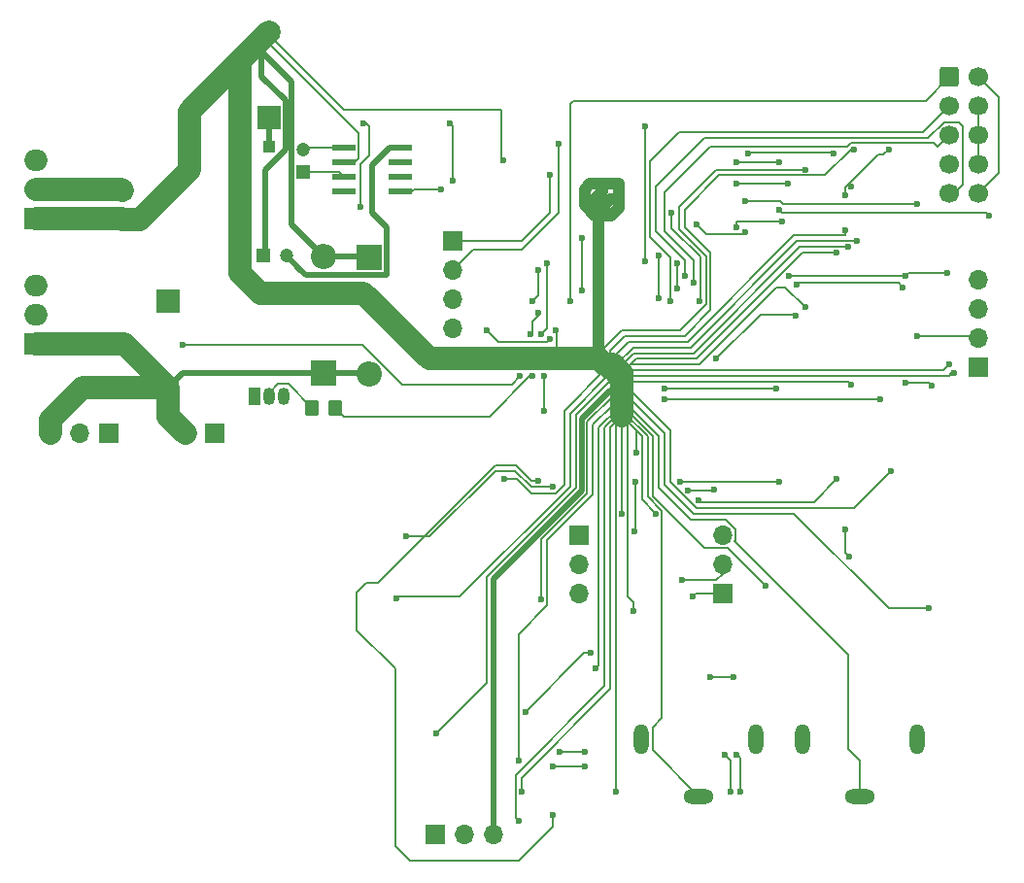
<source format=gbl>
%TF.GenerationSoftware,KiCad,Pcbnew,8.0.4*%
%TF.CreationDate,2024-09-11T20:39:54+02:00*%
%TF.ProjectId,BaseBoard,42617365-426f-4617-9264-2e6b69636164,rev?*%
%TF.SameCoordinates,Original*%
%TF.FileFunction,Copper,L2,Bot*%
%TF.FilePolarity,Positive*%
%FSLAX46Y46*%
G04 Gerber Fmt 4.6, Leading zero omitted, Abs format (unit mm)*
G04 Created by KiCad (PCBNEW 8.0.4) date 2024-09-11 20:39:54*
%MOMM*%
%LPD*%
G01*
G04 APERTURE LIST*
G04 Aperture macros list*
%AMRoundRect*
0 Rectangle with rounded corners*
0 $1 Rounding radius*
0 $2 $3 $4 $5 $6 $7 $8 $9 X,Y pos of 4 corners*
0 Add a 4 corners polygon primitive as box body*
4,1,4,$2,$3,$4,$5,$6,$7,$8,$9,$2,$3,0*
0 Add four circle primitives for the rounded corners*
1,1,$1+$1,$2,$3*
1,1,$1+$1,$4,$5*
1,1,$1+$1,$6,$7*
1,1,$1+$1,$8,$9*
0 Add four rect primitives between the rounded corners*
20,1,$1+$1,$2,$3,$4,$5,0*
20,1,$1+$1,$4,$5,$6,$7,0*
20,1,$1+$1,$6,$7,$8,$9,0*
20,1,$1+$1,$8,$9,$2,$3,0*%
G04 Aperture macros list end*
%TA.AperFunction,ComponentPad*%
%ADD10R,2.000000X2.000000*%
%TD*%
%TA.AperFunction,ComponentPad*%
%ADD11C,2.000000*%
%TD*%
%TA.AperFunction,ComponentPad*%
%ADD12R,1.700000X1.700000*%
%TD*%
%TA.AperFunction,ComponentPad*%
%ADD13O,1.700000X1.700000*%
%TD*%
%TA.AperFunction,ComponentPad*%
%ADD14R,1.200000X1.200000*%
%TD*%
%TA.AperFunction,ComponentPad*%
%ADD15C,1.200000*%
%TD*%
%TA.AperFunction,ComponentPad*%
%ADD16O,2.616000X1.308000*%
%TD*%
%TA.AperFunction,ComponentPad*%
%ADD17O,1.308000X2.616000*%
%TD*%
%TA.AperFunction,ComponentPad*%
%ADD18R,1.600000X1.600000*%
%TD*%
%TA.AperFunction,ComponentPad*%
%ADD19C,1.600000*%
%TD*%
%TA.AperFunction,ComponentPad*%
%ADD20R,2.000000X1.905000*%
%TD*%
%TA.AperFunction,ComponentPad*%
%ADD21O,2.000000X1.905000*%
%TD*%
%TA.AperFunction,HeatsinkPad*%
%ADD22C,0.600000*%
%TD*%
%TA.AperFunction,ComponentPad*%
%ADD23RoundRect,0.250000X-0.600000X-0.600000X0.600000X-0.600000X0.600000X0.600000X-0.600000X0.600000X0*%
%TD*%
%TA.AperFunction,ComponentPad*%
%ADD24C,1.700000*%
%TD*%
%TA.AperFunction,ComponentPad*%
%ADD25R,2.200000X2.200000*%
%TD*%
%TA.AperFunction,ComponentPad*%
%ADD26O,2.200000X2.200000*%
%TD*%
%TA.AperFunction,ComponentPad*%
%ADD27R,1.050000X1.500000*%
%TD*%
%TA.AperFunction,ComponentPad*%
%ADD28O,1.050000X1.500000*%
%TD*%
%TA.AperFunction,SMDPad,CuDef*%
%ADD29R,1.000000X1.000000*%
%TD*%
%TA.AperFunction,SMDPad,CuDef*%
%ADD30RoundRect,0.250000X0.350000X0.450000X-0.350000X0.450000X-0.350000X-0.450000X0.350000X-0.450000X0*%
%TD*%
%TA.AperFunction,SMDPad,CuDef*%
%ADD31RoundRect,0.073750X-0.911250X-0.221250X0.911250X-0.221250X0.911250X0.221250X-0.911250X0.221250X0*%
%TD*%
%TA.AperFunction,ViaPad*%
%ADD32C,0.600000*%
%TD*%
%TA.AperFunction,Conductor*%
%ADD33C,0.200000*%
%TD*%
%TA.AperFunction,Conductor*%
%ADD34C,2.000000*%
%TD*%
%TA.AperFunction,Conductor*%
%ADD35C,1.000000*%
%TD*%
%TA.AperFunction,Conductor*%
%ADD36C,0.500000*%
%TD*%
G04 APERTURE END LIST*
D10*
%TO.P,C1,1*%
%TO.N,Net-(U1-VI)*%
X127000000Y-68500000D03*
D11*
%TO.P,C1,2*%
%TO.N,GND*%
X127000000Y-61000000D03*
%TD*%
D12*
%TO.P,RV2,1,1*%
%TO.N,Net-(U4-NEGA)*%
X166519250Y-109917500D03*
D13*
%TO.P,RV2,2,2*%
%TO.N,/InputPeripherals/AMP_CH_0*%
X166519250Y-107377500D03*
%TO.P,RV2,3,3*%
X166519250Y-104837500D03*
%TD*%
D12*
%TO.P,J2,1,Pin_1*%
%TO.N,+5V*%
X113080000Y-96000000D03*
D13*
%TO.P,J2,2,Pin_2*%
%TO.N,Net-(J2-Pin_2)*%
X110540000Y-96000000D03*
%TO.P,J2,3,Pin_3*%
%TO.N,GND1*%
X108000000Y-96000000D03*
%TD*%
D14*
%TO.P,C18,1*%
%TO.N,Net-(U10-CAP+)*%
X130000000Y-73250000D03*
D15*
%TO.P,C18,2*%
%TO.N,Net-(U10-CAP-)*%
X130000000Y-71250000D03*
%TD*%
D16*
%TO.P,J5,1*%
%TO.N,GND*%
X178480750Y-127662500D03*
D17*
%TO.P,J5,2*%
%TO.N,/InputPeripherals/AUX_IN_R*%
X183480750Y-122662500D03*
%TO.P,J5,3*%
%TO.N,/InputPeripherals/AUX_IN_L*%
X173480750Y-122662500D03*
%TD*%
D18*
%TO.P,C2,1*%
%TO.N,+3V3*%
X114250000Y-74817621D03*
D19*
%TO.P,C2,2*%
%TO.N,GND*%
X114250000Y-77317621D03*
%TD*%
D20*
%TO.P,U2,1,GND*%
%TO.N,GND1*%
X106695000Y-88172323D03*
D21*
%TO.P,U2,2,VO*%
%TO.N,+5V*%
X106695000Y-85632323D03*
%TO.P,U2,3,VI*%
%TO.N,Net-(U1-VI)*%
X106695000Y-83092323D03*
%TD*%
D12*
%TO.P,J3,1,Pin_1*%
%TO.N,+3V3*%
X141475000Y-130975000D03*
D13*
%TO.P,J3,2,Pin_2*%
%TO.N,Net-(J3-Pin_2)*%
X144015000Y-130975000D03*
%TO.P,J3,3,Pin_3*%
%TO.N,GND*%
X146555000Y-130975000D03*
%TD*%
D14*
%TO.P,C19,1*%
%TO.N,GND*%
X126527401Y-80500000D03*
D15*
%TO.P,C19,2*%
%TO.N,-3V3*%
X128527401Y-80500000D03*
%TD*%
D22*
%TO.P,U3,39,GND*%
%TO.N,GND*%
X154700000Y-74900000D03*
X154700000Y-76300000D03*
X155400000Y-74200000D03*
X155400000Y-75600000D03*
X155400000Y-77000000D03*
X156075000Y-74900000D03*
X156075000Y-76300000D03*
X156800000Y-74200000D03*
X156800000Y-75600000D03*
X156800000Y-77000000D03*
X157500000Y-74900000D03*
X157500000Y-76300000D03*
%TD*%
D12*
%TO.P,RV1,1,1*%
%TO.N,/InputPeripherals/AMP_CH_1*%
X154019250Y-104837500D03*
D13*
%TO.P,RV1,2,2*%
X154019250Y-107377500D03*
%TO.P,RV1,3,3*%
%TO.N,Net-(U4-NEGB)*%
X154019250Y-109917500D03*
%TD*%
D12*
%TO.P,J8,1,Pin_1*%
%TO.N,+3V3*%
X188850000Y-90250000D03*
D13*
%TO.P,J8,2,Pin_2*%
%TO.N,Net-(J8-Pin_2)*%
X188850000Y-87710000D03*
%TO.P,J8,3,Pin_3*%
%TO.N,Net-(J8-Pin_3)*%
X188850000Y-85170000D03*
%TO.P,J8,4,Pin_4*%
%TO.N,GND*%
X188850000Y-82630000D03*
%TD*%
D16*
%TO.P,J4,1*%
%TO.N,GND*%
X164480750Y-127662500D03*
D17*
%TO.P,J4,2*%
%TO.N,/InputPeripherals/AUX_IN_R*%
X169480750Y-122662500D03*
%TO.P,J4,3*%
%TO.N,/InputPeripherals/AUX_IN_L*%
X159480750Y-122662500D03*
%TD*%
D23*
%TO.P,J7,1,TCK*%
%TO.N,/JTAG_TCK*%
X186302500Y-64920000D03*
D24*
%TO.P,J7,2,GND*%
%TO.N,GND*%
X188842500Y-64920000D03*
%TO.P,J7,3,TDO*%
%TO.N,/JTAG_TDO*%
X186302500Y-67460000D03*
%TO.P,J7,4,VREF*%
%TO.N,+3V3*%
X188842500Y-67460000D03*
%TO.P,J7,5,TMS*%
%TO.N,/JTAG_TMS*%
X186302500Y-70000000D03*
%TO.P,J7,6,~{SRST}*%
%TO.N,+3V3*%
X188842500Y-70000000D03*
%TO.P,J7,7,VCC*%
X186302500Y-72540000D03*
%TO.P,J7,8,~{TRST}*%
X188842500Y-72540000D03*
%TO.P,J7,9,TDI*%
%TO.N,/JTAG_TDI*%
X186302500Y-75080000D03*
%TO.P,J7,10,GND*%
%TO.N,GND*%
X188842500Y-75080000D03*
%TD*%
D12*
%TO.P,J9,1,Pin_1*%
%TO.N,/I2C_SDA_EXT*%
X143025000Y-79200000D03*
D13*
%TO.P,J9,2,Pin_2*%
%TO.N,/I2C_SCL_EXT*%
X143025000Y-81740000D03*
%TO.P,J9,3,Pin_3*%
%TO.N,+3V3*%
X143025000Y-84280000D03*
%TO.P,J9,4,Pin_4*%
%TO.N,GND*%
X143025000Y-86820000D03*
%TD*%
D25*
%TO.P,D6,1,K*%
%TO.N,GND*%
X135750000Y-80670000D03*
D26*
%TO.P,D6,2,A*%
%TO.N,GND1*%
X135750000Y-90830000D03*
%TD*%
D12*
%TO.P,J6,1,Pin_1*%
%TO.N,Net-(J6-Pin_1)*%
X122250000Y-96000000D03*
D13*
%TO.P,J6,2,Pin_2*%
%TO.N,GND1*%
X119710000Y-96000000D03*
%TD*%
D20*
%TO.P,U1,1,GND*%
%TO.N,GND*%
X106695000Y-77290000D03*
D21*
%TO.P,U1,2,VO*%
%TO.N,+3V3*%
X106695000Y-74750000D03*
%TO.P,U1,3,VI*%
%TO.N,Net-(U1-VI)*%
X106695000Y-72210000D03*
%TD*%
D10*
%TO.P,C3,1*%
%TO.N,+5V*%
X118250000Y-84500000D03*
D11*
%TO.P,C3,2*%
%TO.N,GND1*%
X118250000Y-92000000D03*
%TD*%
D27*
%TO.P,Q1,1,C*%
%TO.N,+5V*%
X125730000Y-92750000D03*
D28*
%TO.P,Q1,2,B*%
%TO.N,Net-(Q1-B)*%
X127000000Y-92750000D03*
%TO.P,Q1,3,E*%
%TO.N,Net-(J6-Pin_1)*%
X128270000Y-92750000D03*
%TD*%
D25*
%TO.P,D5,1,K*%
%TO.N,GND1*%
X131750000Y-90750000D03*
D26*
%TO.P,D5,2,A*%
%TO.N,GND*%
X131750000Y-80590000D03*
%TD*%
D29*
%TO.P,TP1,1,1*%
%TO.N,Net-(U1-VI)*%
X127000000Y-71000000D03*
%TD*%
D30*
%TO.P,R13,1*%
%TO.N,/OutputPeripherals/SIG_PASSIVE_LED*%
X132750000Y-93750000D03*
%TO.P,R13,2*%
%TO.N,Net-(Q1-B)*%
X130750000Y-93750000D03*
%TD*%
D31*
%TO.P,U10,1,NC*%
%TO.N,unconnected-(U10-NC-Pad1)*%
X133525000Y-74905000D03*
%TO.P,U10,2,CAP+*%
%TO.N,Net-(U10-CAP+)*%
X133525000Y-73635000D03*
%TO.P,U10,3,GND*%
%TO.N,GND*%
X133525000Y-72365000D03*
%TO.P,U10,4,CAP-*%
%TO.N,Net-(U10-CAP-)*%
X133525000Y-71095000D03*
%TO.P,U10,5,VOUT*%
%TO.N,-3V3*%
X138475000Y-71095000D03*
%TO.P,U10,6,LV*%
%TO.N,unconnected-(U10-LV-Pad6)*%
X138475000Y-72365000D03*
%TO.P,U10,7,OSC*%
%TO.N,unconnected-(U10-OSC-Pad7)*%
X138475000Y-73635000D03*
%TO.P,U10,8,V+*%
%TO.N,+3V3*%
X138475000Y-74905000D03*
%TD*%
D32*
%TO.N,GND*%
X181000000Y-71250000D03*
X141625000Y-122125000D03*
X135250000Y-69000000D03*
X147419265Y-72169265D03*
X173750000Y-85000000D03*
X148750000Y-124500000D03*
X177500000Y-79750000D03*
X177750000Y-91750000D03*
X160750000Y-103000000D03*
X159000000Y-97700000D03*
X170250000Y-109250000D03*
X147500000Y-99987500D03*
X177250000Y-78250000D03*
X158750000Y-111500000D03*
X135000000Y-76250000D03*
X155500000Y-116500000D03*
X157000000Y-90000000D03*
X186750000Y-90750000D03*
X157250000Y-127250000D03*
X177250000Y-75250000D03*
X184500000Y-111250000D03*
X152000000Y-87000000D03*
X173750000Y-73000000D03*
X181250000Y-99250000D03*
X157750000Y-103000000D03*
X177750000Y-74500000D03*
X178000000Y-71250000D03*
X150750000Y-110500000D03*
X186250000Y-90000000D03*
X178250000Y-79250000D03*
X149000000Y-127250000D03*
X138085360Y-110414640D03*
X148750000Y-129750000D03*
X176500000Y-80250000D03*
%TO.N,+3V3*%
X151000000Y-94000000D03*
X165500000Y-117250000D03*
X167500000Y-117250000D03*
X151000000Y-91000000D03*
X142000000Y-74750000D03*
%TO.N,/InputPeripherals/ADC_CH_0*%
X162799265Y-100200735D03*
X171500000Y-100250000D03*
%TO.N,Net-(U5-POSA)*%
X177549265Y-106700735D03*
X177250000Y-104400000D03*
%TO.N,/InputPeripherals/ADC_CH_1*%
X158850000Y-104500000D03*
X158900000Y-100250000D03*
%TO.N,-3V3*%
X139000000Y-105000000D03*
X164424265Y-101825735D03*
X150500000Y-100100000D03*
X176500000Y-100000000D03*
X151750000Y-100650000D03*
X151750000Y-129250000D03*
%TO.N,/OutputPeripherals/LED_1*%
X172950000Y-85750000D03*
X166000000Y-89500000D03*
%TO.N,/OutputPeripherals/LED_0*%
X171750000Y-77500000D03*
X167750000Y-78000000D03*
%TO.N,/InputPeripherals/AUX_IN_R*%
X151724485Y-125000000D03*
X154500000Y-125000000D03*
%TO.N,/InputPeripherals/AUX_IN_L*%
X154500000Y-123750000D03*
X152324485Y-123750000D03*
%TO.N,/JTAG_TDI*%
X150500000Y-81750000D03*
X150000000Y-84500000D03*
X163250000Y-82237850D03*
%TO.N,/JTAG_TCK*%
X153250000Y-84500000D03*
%TO.N,/JTAG_TMS*%
X164000000Y-82837850D03*
%TO.N,/JTAG_TDO*%
X162000000Y-84500000D03*
%TO.N,Net-(J8-Pin_2)*%
X183500000Y-76000000D03*
X183500000Y-87500000D03*
X168500000Y-75750000D03*
%TO.N,Net-(J8-Pin_3)*%
X171500000Y-72400000D03*
X189750000Y-77000000D03*
X167750000Y-72400000D03*
X171500000Y-76500000D03*
%TO.N,/InputPeripherals/AMP_CH_0*%
X163000000Y-108750000D03*
%TO.N,/OutputPeripherals/SIG_ACTIVE_LED*%
X161000000Y-80500000D03*
X119500000Y-88250000D03*
X161000000Y-84250000D03*
X148901472Y-91000000D03*
%TO.N,/InputPeripherals/PB_0*%
X154250000Y-83500000D03*
X154250000Y-79000000D03*
X182500000Y-82250000D03*
X172299265Y-82299265D03*
X186150000Y-82000000D03*
%TO.N,/InputPeripherals/PB_1*%
X184783370Y-91875000D03*
X173000000Y-83000000D03*
X164250000Y-77750000D03*
X168500000Y-78500000D03*
X182250000Y-83250000D03*
X182475000Y-91600000D03*
%TO.N,Net-(U7-Y)*%
X155025000Y-115125000D03*
X149350000Y-120250000D03*
%TO.N,Net-(U3-EN)*%
X143000000Y-74000000D03*
X142750000Y-69000000D03*
%TO.N,/OutputPeripherals/SIG_PASSIVE_LED*%
X162621471Y-81191788D03*
X150000000Y-91000000D03*
X162600000Y-83401471D03*
X150500000Y-85500000D03*
X149799265Y-87350000D03*
%TO.N,Net-(U4-NEGA)*%
X163900000Y-110250000D03*
%TO.N,/InputPeripherals/MUX_A*%
X166750000Y-124000000D03*
X150750000Y-87350000D03*
X151250000Y-81190000D03*
X159750000Y-69250000D03*
X167250000Y-127250000D03*
X159750000Y-81000000D03*
%TO.N,/InputPeripherals/ADC_RDY*%
X165828190Y-100913975D03*
X163549265Y-100950735D03*
X164500000Y-84500000D03*
X162100000Y-76750000D03*
%TO.N,/InputPeripherals/MUX_B*%
X151500000Y-87750000D03*
X167750000Y-124000000D03*
X168050003Y-127250000D03*
X146000000Y-87000000D03*
%TO.N,/I2C_SCL_EXT*%
X180250000Y-93000000D03*
X152250000Y-70750000D03*
X176209314Y-71600000D03*
X161500000Y-93000000D03*
X168750000Y-71600000D03*
%TO.N,/I2C_SDA_EXT*%
X172250000Y-74230000D03*
X151500000Y-73500000D03*
X161500000Y-92100000D03*
X171250000Y-92100000D03*
X167750000Y-74250000D03*
%TD*%
D33*
%TO.N,GND*%
X156750000Y-118250000D02*
X156750000Y-95500000D01*
X160500000Y-101500000D02*
X160500000Y-96250000D01*
X155500000Y-116500000D02*
X155750000Y-116250000D01*
X164000000Y-103000000D02*
X161500000Y-100500000D01*
X160434750Y-121613340D02*
X161250000Y-120798090D01*
X181250000Y-99250000D02*
X178000000Y-102500000D01*
X165100000Y-80534314D02*
X165100000Y-84748529D01*
X159000000Y-97700000D02*
X159000000Y-95750000D01*
D34*
X124500000Y-63500000D02*
X124500000Y-82000000D01*
X152000000Y-89500000D02*
X155750000Y-89500000D01*
D35*
X157500000Y-76300000D02*
X156800000Y-77000000D01*
D33*
X164480750Y-127662500D02*
X160434750Y-123616500D01*
X153750000Y-100750000D02*
X146000000Y-108500000D01*
X166000000Y-73000000D02*
X162750000Y-76250000D01*
X161250000Y-120798090D02*
X161250000Y-102750000D01*
X177500000Y-79750000D02*
X173250000Y-79750000D01*
X173750000Y-73000000D02*
X166000000Y-73000000D01*
X158000000Y-91000000D02*
X157750000Y-90750000D01*
X134810000Y-69810000D02*
X127000000Y-62000000D01*
D35*
X157000000Y-91250000D02*
X157750000Y-92000000D01*
D33*
X181000000Y-71250000D02*
X180532843Y-71717157D01*
D35*
X157750000Y-92500000D02*
X157750000Y-93500000D01*
D33*
X157750000Y-94000000D02*
X157750000Y-92500000D01*
X162000000Y-100250000D02*
X162000000Y-95750000D01*
X152100000Y-89400000D02*
X152000000Y-89500000D01*
X157250000Y-95000000D02*
X157750000Y-94500000D01*
X178480750Y-124480750D02*
X177500000Y-123500000D01*
X154750000Y-95000000D02*
X157000000Y-92750000D01*
D34*
X127000000Y-61000000D02*
X124500000Y-63500000D01*
D36*
X126700000Y-80450000D02*
X126700000Y-73050000D01*
D33*
X152750000Y-94000000D02*
X152750000Y-100500000D01*
X158000000Y-87500000D02*
X156750000Y-88750000D01*
X161000000Y-100750000D02*
X161000000Y-96250000D01*
X156500000Y-91000000D02*
X156500000Y-90750000D01*
X165500000Y-80250000D02*
X165500000Y-85250000D01*
D34*
X157000000Y-90000000D02*
X157750000Y-90750000D01*
D35*
X155000000Y-74250000D02*
X157500000Y-74250000D01*
D33*
X127000000Y-61250000D02*
X127000000Y-61000000D01*
X152000000Y-87000000D02*
X152100000Y-87100000D01*
X159000000Y-89500000D02*
X157750000Y-90750000D01*
X164250000Y-89500000D02*
X159000000Y-89500000D01*
D36*
X126375000Y-64875000D02*
X126375000Y-62750000D01*
D33*
X156750000Y-88750000D02*
X156750000Y-90000000D01*
X155750000Y-95500000D02*
X157750000Y-93500000D01*
X133525000Y-72365000D02*
X134510000Y-72365000D01*
X163750000Y-103500000D02*
X161000000Y-100750000D01*
X157750000Y-96000000D02*
X157750000Y-95250000D01*
X147250000Y-72000000D02*
X147250000Y-67750000D01*
X148500000Y-129500000D02*
X148500000Y-125750000D01*
X158250000Y-94000000D02*
X157750000Y-93500000D01*
X186250000Y-91000000D02*
X158000000Y-91000000D01*
D36*
X146555000Y-130975000D02*
X146555000Y-108695000D01*
D35*
X156800000Y-77000000D02*
X155750000Y-77000000D01*
D33*
X173750000Y-85000000D02*
X172000000Y-83250000D01*
X180464951Y-71649265D02*
X180133579Y-71649265D01*
X155250000Y-95250000D02*
X157000000Y-93500000D01*
D34*
X114222379Y-77290000D02*
X114250000Y-77317621D01*
D33*
X164500000Y-90000000D02*
X158500000Y-90000000D01*
X160000000Y-101500000D02*
X160000000Y-96250000D01*
X159500000Y-96250000D02*
X157750000Y-94500000D01*
D34*
X157750000Y-90750000D02*
X157750000Y-94500000D01*
D33*
X148750000Y-124500000D02*
X148750000Y-113500000D01*
D36*
X135670000Y-80590000D02*
X135750000Y-80670000D01*
D33*
X172000000Y-83250000D02*
X171250000Y-83250000D01*
X163250000Y-78000000D02*
X165500000Y-80250000D01*
X177500000Y-123500000D02*
X177500000Y-115250000D01*
X158750000Y-110750000D02*
X158250000Y-110250000D01*
D34*
X115750000Y-77317621D02*
X120050000Y-73017621D01*
D33*
X166808096Y-103500000D02*
X163750000Y-103500000D01*
D35*
X156800000Y-75600000D02*
X156775000Y-75600000D01*
D33*
X158250000Y-110250000D02*
X158250000Y-94000000D01*
D34*
X114250000Y-77317621D02*
X115750000Y-77317621D01*
D33*
X127000000Y-62000000D02*
X127000000Y-61000000D01*
X147250000Y-67750000D02*
X133500000Y-67750000D01*
X160434750Y-123616500D02*
X160434750Y-121613340D01*
X157750000Y-92250000D02*
X157750000Y-92000000D01*
X177500000Y-91500000D02*
X158750000Y-91500000D01*
D35*
X156750000Y-90000000D02*
X155750000Y-89000000D01*
D33*
X135000000Y-76250000D02*
X135000000Y-72500000D01*
X135750000Y-71750000D02*
X135750000Y-69250000D01*
X154750000Y-101250000D02*
X154750000Y-95000000D01*
X177750000Y-91750000D02*
X177500000Y-91500000D01*
D34*
X126375000Y-61625000D02*
X127000000Y-61000000D01*
D33*
X138085360Y-110414640D02*
X138250000Y-110250000D01*
X149000000Y-126000000D02*
X156750000Y-118250000D01*
X153250000Y-94250000D02*
X156500000Y-91000000D01*
D34*
X106695000Y-77290000D02*
X114222379Y-77290000D01*
D33*
X156250000Y-88500000D02*
X156250000Y-90000000D01*
D34*
X156250000Y-90000000D02*
X156750000Y-90000000D01*
D33*
X161500000Y-96000000D02*
X157750000Y-92250000D01*
D35*
X154500000Y-76100000D02*
X154500000Y-74750000D01*
D33*
X164000000Y-89000000D02*
X158750000Y-89000000D01*
X152100000Y-87100000D02*
X152100000Y-89400000D01*
X152000000Y-101250000D02*
X149875000Y-101250000D01*
X190600000Y-73322500D02*
X190600000Y-66677500D01*
D34*
X156750000Y-90000000D02*
X157000000Y-90000000D01*
D33*
X177250000Y-78750000D02*
X172750000Y-78750000D01*
X172750000Y-78750000D02*
X163500000Y-88000000D01*
X178000000Y-71250000D02*
X177717157Y-71250000D01*
X173250000Y-79750000D02*
X164000000Y-89000000D01*
X147419265Y-72169265D02*
X147250000Y-72000000D01*
X151250000Y-111000000D02*
X151250000Y-105306750D01*
D35*
X157000000Y-90250000D02*
X157000000Y-90000000D01*
D33*
X157000000Y-92750000D02*
X157000000Y-92250000D01*
X188842500Y-75080000D02*
X190600000Y-73322500D01*
X135500000Y-69000000D02*
X135250000Y-69000000D01*
X161500000Y-100500000D02*
X161500000Y-96000000D01*
X155250000Y-101306750D02*
X155250000Y-95250000D01*
X157750000Y-92000000D02*
X158000000Y-91750000D01*
X158750000Y-111500000D02*
X158750000Y-110750000D01*
D34*
X135250000Y-83750000D02*
X141000000Y-89500000D01*
D33*
X146000000Y-108500000D02*
X146000000Y-117750000D01*
D34*
X126250000Y-83750000D02*
X135250000Y-83750000D01*
D33*
X171250000Y-83250000D02*
X164500000Y-90000000D01*
X149875000Y-101250000D02*
X148612500Y-99987500D01*
X167669250Y-104361154D02*
X166808096Y-103500000D01*
D34*
X124500000Y-82000000D02*
X126250000Y-83750000D01*
D36*
X126700000Y-73050000D02*
X128450000Y-71300000D01*
D33*
X180532843Y-71717157D02*
X180464951Y-71649265D01*
D35*
X155750000Y-77000000D02*
X155750000Y-75750000D01*
D36*
X126375000Y-62750000D02*
X126375000Y-61625000D01*
D33*
X152750000Y-100500000D02*
X152000000Y-101250000D01*
X166250000Y-73500000D02*
X163250000Y-76500000D01*
X156750000Y-95500000D02*
X157750000Y-94500000D01*
X160500000Y-96250000D02*
X157750000Y-93500000D01*
D34*
X120050000Y-67950000D02*
X126375000Y-61625000D01*
D33*
X173000000Y-79250000D02*
X163750000Y-88500000D01*
X186500000Y-90750000D02*
X186250000Y-91000000D01*
X186250000Y-90000000D02*
X185750000Y-90500000D01*
D35*
X157000000Y-90000000D02*
X157000000Y-91250000D01*
D33*
X158500000Y-91750000D02*
X158250000Y-91500000D01*
X165500000Y-85250000D02*
X163250000Y-87500000D01*
D34*
X141000000Y-89500000D02*
X152000000Y-89500000D01*
D33*
X156250000Y-90000000D02*
X156250000Y-90500000D01*
X158500000Y-90000000D02*
X157750000Y-90750000D01*
D34*
X155750000Y-89500000D02*
X156250000Y-90000000D01*
D33*
X185750000Y-90500000D02*
X158000000Y-90500000D01*
X157750000Y-94500000D02*
X157750000Y-91500000D01*
X148500000Y-125750000D02*
X156250000Y-118000000D01*
X163750000Y-88500000D02*
X158750000Y-88500000D01*
X161000000Y-96250000D02*
X157750000Y-93000000D01*
X138250000Y-110250000D02*
X143625000Y-110250000D01*
D36*
X131750000Y-80590000D02*
X128950000Y-77790000D01*
D33*
X157250000Y-90000000D02*
X157000000Y-90000000D01*
X163250000Y-87500000D02*
X158000000Y-87500000D01*
X146000000Y-117750000D02*
X141625000Y-122125000D01*
X181000000Y-111250000D02*
X172750000Y-103000000D01*
D35*
X157750000Y-92000000D02*
X157750000Y-92500000D01*
D33*
X177717157Y-71250000D02*
X175467157Y-73500000D01*
X157000000Y-91125000D02*
X153750000Y-94375000D01*
X176500000Y-80250000D02*
X173500000Y-80250000D01*
D35*
X156500000Y-90250000D02*
X156500000Y-90750000D01*
X157750000Y-94000000D02*
X157750000Y-94500000D01*
D33*
X158750000Y-89000000D02*
X157375000Y-90375000D01*
X164250000Y-102500000D02*
X162000000Y-100250000D01*
X158000000Y-90500000D02*
X157750000Y-90750000D01*
D35*
X156250000Y-90000000D02*
X156500000Y-90250000D01*
D33*
X134810000Y-72065000D02*
X134810000Y-69810000D01*
D36*
X154250000Y-101000000D02*
X154250000Y-94750000D01*
X146555000Y-108695000D02*
X154250000Y-101000000D01*
D33*
X190600000Y-66677500D02*
X188842500Y-64920000D01*
X170250000Y-109250000D02*
X166987500Y-105987500D01*
X157250000Y-127250000D02*
X157250000Y-95000000D01*
X178000000Y-102500000D02*
X164250000Y-102500000D01*
X157750000Y-95250000D02*
X157750000Y-91500000D01*
D36*
X128450000Y-71300000D02*
X128450000Y-66950000D01*
D33*
X159000000Y-95750000D02*
X157750000Y-94500000D01*
X134510000Y-72365000D02*
X134810000Y-72065000D01*
D35*
X155750000Y-89000000D02*
X155750000Y-77000000D01*
D36*
X156750000Y-92250000D02*
X157000000Y-92250000D01*
D33*
X153750000Y-94375000D02*
X153750000Y-100750000D01*
D36*
X157000000Y-92250000D02*
X157750000Y-91500000D01*
D33*
X184500000Y-111250000D02*
X181000000Y-111250000D01*
X150750000Y-105250000D02*
X154750000Y-101250000D01*
X148750000Y-129750000D02*
X148500000Y-129500000D01*
X160000000Y-96250000D02*
X157750000Y-94000000D01*
X157750000Y-94500000D02*
X157750000Y-93500000D01*
X148750000Y-113500000D02*
X151250000Y-111000000D01*
D35*
X156775000Y-75600000D02*
X156075000Y-76300000D01*
D33*
X150750000Y-110500000D02*
X150750000Y-105250000D01*
X165100000Y-84748529D02*
X162848529Y-87000000D01*
X157750000Y-103000000D02*
X157750000Y-96000000D01*
X158750000Y-91500000D02*
X158500000Y-91750000D01*
X172750000Y-103000000D02*
X164000000Y-103000000D01*
X177500000Y-115250000D02*
X167616548Y-105366548D01*
D35*
X157750000Y-93500000D02*
X157750000Y-94000000D01*
D33*
X135000000Y-72500000D02*
X135750000Y-71750000D01*
X162750000Y-76250000D02*
X162750000Y-78184314D01*
X157750000Y-87000000D02*
X156250000Y-88500000D01*
X157000000Y-90000000D02*
X157000000Y-91125000D01*
X173500000Y-80250000D02*
X164250000Y-89500000D01*
D35*
X156075000Y-74900000D02*
X156075000Y-74925000D01*
D33*
X156250000Y-90500000D02*
X152750000Y-94000000D01*
X163500000Y-88000000D02*
X158375000Y-88000000D01*
X156250000Y-95500000D02*
X157750000Y-94000000D01*
X177250000Y-74532844D02*
X177250000Y-75250000D01*
X133500000Y-67750000D02*
X127000000Y-61250000D01*
X162750000Y-78184314D02*
X165100000Y-80534314D01*
X135750000Y-69250000D02*
X135500000Y-69000000D01*
D34*
X120050000Y-73017621D02*
X120050000Y-67950000D01*
D33*
X157375000Y-90375000D02*
X157750000Y-90750000D01*
X160750000Y-103000000D02*
X159500000Y-101750000D01*
D36*
X128450000Y-66950000D02*
X126375000Y-64875000D01*
D35*
X156075000Y-74925000D02*
X155400000Y-75600000D01*
D33*
X153250000Y-100625000D02*
X153250000Y-94250000D01*
X167616548Y-105366548D02*
X167669250Y-105313846D01*
X155750000Y-116250000D02*
X155750000Y-95500000D01*
X164987500Y-105987500D02*
X160500000Y-101500000D01*
D36*
X131750000Y-80590000D02*
X135670000Y-80590000D01*
D33*
X180133579Y-71649265D02*
X177250000Y-74532844D01*
X178480750Y-127662500D02*
X178480750Y-124480750D01*
X162848529Y-87000000D02*
X157750000Y-87000000D01*
D35*
X157500000Y-74250000D02*
X157500000Y-76300000D01*
D33*
X158250000Y-91500000D02*
X157750000Y-91500000D01*
X177250000Y-78250000D02*
X177250000Y-78750000D01*
X158750000Y-88500000D02*
X157250000Y-90000000D01*
D36*
X126750000Y-80500000D02*
X126700000Y-80450000D01*
D33*
X149000000Y-127250000D02*
X149000000Y-126000000D01*
X148612500Y-99987500D02*
X147500000Y-99987500D01*
X178250000Y-79250000D02*
X173000000Y-79250000D01*
D35*
X155400000Y-77000000D02*
X154500000Y-76100000D01*
D33*
X186500000Y-90750000D02*
X186750000Y-90750000D01*
X175467157Y-73500000D02*
X166250000Y-73500000D01*
X157750000Y-93000000D02*
X157750000Y-91500000D01*
D35*
X154500000Y-74750000D02*
X155000000Y-74250000D01*
X156500000Y-90750000D02*
X157000000Y-90250000D01*
D33*
X163250000Y-76500000D02*
X163250000Y-78000000D01*
X166987500Y-105987500D02*
X164987500Y-105987500D01*
X151250000Y-105306750D02*
X155250000Y-101306750D01*
X156250000Y-118000000D02*
X156250000Y-95500000D01*
X161250000Y-102750000D02*
X160000000Y-101500000D01*
X167669250Y-105313846D02*
X167669250Y-104361154D01*
D36*
X128950000Y-65325000D02*
X126375000Y-62750000D01*
D33*
X159500000Y-101750000D02*
X159500000Y-96250000D01*
X143625000Y-110250000D02*
X153250000Y-100625000D01*
D36*
X154250000Y-94750000D02*
X156750000Y-92250000D01*
X128950000Y-77790000D02*
X128950000Y-65325000D01*
D33*
X157000000Y-93500000D02*
X157750000Y-93500000D01*
X158375000Y-88000000D02*
X157250000Y-89125000D01*
X158250000Y-92000000D02*
X157750000Y-92000000D01*
X158000000Y-91750000D02*
X158500000Y-91750000D01*
X157250000Y-89125000D02*
X157250000Y-90000000D01*
X162000000Y-95750000D02*
X158250000Y-92000000D01*
D36*
%TO.N,Net-(U1-VI)*%
X127000000Y-68500000D02*
X127000000Y-71000000D01*
D34*
%TO.N,+3V3*%
X114182379Y-74750000D02*
X114250000Y-74817621D01*
D33*
X151000000Y-91000000D02*
X151000000Y-94000000D01*
D34*
X106695000Y-74750000D02*
X114182379Y-74750000D01*
D33*
X138475000Y-74905000D02*
X139460000Y-74905000D01*
X139460000Y-74905000D02*
X139615000Y-74750000D01*
X167500000Y-117250000D02*
X165500000Y-117250000D01*
X188842500Y-72540000D02*
X188842500Y-67460000D01*
X139615000Y-74750000D02*
X142000000Y-74750000D01*
%TO.N,GND1*%
X136000000Y-91080000D02*
X135750000Y-90830000D01*
D34*
X108000000Y-94797919D02*
X108000000Y-96000000D01*
X118250000Y-92000000D02*
X110797919Y-92000000D01*
D36*
X135670000Y-90750000D02*
X135750000Y-90830000D01*
D34*
X106695000Y-88172323D02*
X114422323Y-88172323D01*
X118250000Y-94540000D02*
X119710000Y-96000000D01*
D36*
X119500000Y-90750000D02*
X131750000Y-90750000D01*
X131750000Y-90750000D02*
X135670000Y-90750000D01*
D34*
X118250000Y-92000000D02*
X118250000Y-94540000D01*
X114422323Y-88172323D02*
X118250000Y-92000000D01*
D36*
X118250000Y-92000000D02*
X119500000Y-90750000D01*
D34*
X110797919Y-92000000D02*
X108000000Y-94797919D01*
D33*
%TO.N,/InputPeripherals/ADC_CH_0*%
X171450735Y-100200735D02*
X162799265Y-100200735D01*
X171500000Y-100250000D02*
X171450735Y-100200735D01*
%TO.N,Net-(U5-POSA)*%
X177549265Y-106700735D02*
X177250000Y-106401470D01*
X177250000Y-106401470D02*
X177250000Y-104400000D01*
%TO.N,/InputPeripherals/ADC_CH_1*%
X158900000Y-104450000D02*
X158850000Y-104500000D01*
X158900000Y-100250000D02*
X158900000Y-104450000D01*
%TO.N,Net-(U10-CAP+)*%
X130000000Y-73250000D02*
X133140000Y-73250000D01*
X133140000Y-73250000D02*
X133525000Y-73635000D01*
%TO.N,Net-(U10-CAP-)*%
X133525000Y-71095000D02*
X130155000Y-71095000D01*
X130155000Y-71095000D02*
X130000000Y-71250000D01*
D36*
%TO.N,-3V3*%
X136000000Y-72585000D02*
X136000000Y-76750000D01*
D33*
X136500000Y-109000000D02*
X135500000Y-109000000D01*
X138000000Y-116500000D02*
X138000000Y-131931984D01*
X139318016Y-133250000D02*
X148750000Y-133250000D01*
X146750000Y-98750000D02*
X136500000Y-109000000D01*
X148750000Y-133250000D02*
X151750000Y-130250000D01*
X151750000Y-100650000D02*
X149840686Y-100650000D01*
X164424265Y-101825735D02*
X164598530Y-102000000D01*
X148440686Y-99250000D02*
X146750000Y-99250000D01*
D36*
X138475000Y-71095000D02*
X137490000Y-71095000D01*
D33*
X134650000Y-109850000D02*
X134650000Y-113150000D01*
D36*
X136000000Y-76750000D02*
X137300000Y-78050000D01*
X137300000Y-82220000D02*
X130247400Y-82220000D01*
X129750000Y-81722600D02*
X129750000Y-81722599D01*
D33*
X151750000Y-130250000D02*
X151750000Y-129250000D01*
D36*
X129750000Y-81722599D02*
X128527401Y-80500000D01*
X137490000Y-71095000D02*
X136000000Y-72585000D01*
D33*
X138000000Y-131931984D02*
X139318016Y-133250000D01*
X149840686Y-100650000D02*
X148440686Y-99250000D01*
X149850000Y-100100000D02*
X148500000Y-98750000D01*
X164598530Y-102000000D02*
X174500000Y-102000000D01*
D36*
X137300000Y-78050000D02*
X137300000Y-82220000D01*
X130247400Y-82220000D02*
X129750000Y-81722600D01*
D33*
X134650000Y-113150000D02*
X138000000Y-116500000D01*
X146750000Y-99250000D02*
X141000000Y-105000000D01*
X148500000Y-98750000D02*
X146750000Y-98750000D01*
X135500000Y-109000000D02*
X134650000Y-109850000D01*
X150500000Y-100100000D02*
X149850000Y-100100000D01*
X141000000Y-105000000D02*
X139000000Y-105000000D01*
X174500000Y-102000000D02*
X176500000Y-100000000D01*
%TO.N,/OutputPeripherals/LED_1*%
X172874265Y-85674265D02*
X172950000Y-85750000D01*
X169825735Y-85674265D02*
X172874265Y-85674265D01*
X166000000Y-89500000D02*
X169825735Y-85674265D01*
%TO.N,/OutputPeripherals/LED_0*%
X167750000Y-78000000D02*
X167750000Y-77500000D01*
X167750000Y-77500000D02*
X171750000Y-77500000D01*
%TO.N,/InputPeripherals/AUX_IN_R*%
X154500000Y-125000000D02*
X151724485Y-125000000D01*
%TO.N,/InputPeripherals/AUX_IN_L*%
X154500000Y-123750000D02*
X152324485Y-123750000D01*
%TO.N,/JTAG_TDI*%
X163250000Y-82237850D02*
X163250000Y-80901471D01*
X150500000Y-81750000D02*
X150500000Y-84000000D01*
X187100000Y-68850000D02*
X187452500Y-69202500D01*
X187452500Y-69202500D02*
X187452500Y-74297500D01*
X186670000Y-75080000D02*
X186302500Y-75080000D01*
X163250000Y-80901471D02*
X160750000Y-78401471D01*
X160750000Y-74470840D02*
X164970840Y-70250000D01*
X164970840Y-70250000D02*
X184426154Y-70250000D01*
X185826154Y-68850000D02*
X187100000Y-68850000D01*
X187452500Y-74297500D02*
X186670000Y-75080000D01*
X184426154Y-70250000D02*
X185826154Y-68850000D01*
X150500000Y-84000000D02*
X150000000Y-84500000D01*
X160750000Y-78401471D02*
X160750000Y-74470840D01*
%TO.N,/JTAG_TCK*%
X153250000Y-67250000D02*
X153250000Y-84500000D01*
X184222500Y-67000000D02*
X153500000Y-67000000D01*
X186302500Y-64920000D02*
X184222500Y-67000000D01*
X153500000Y-67000000D02*
X153250000Y-67250000D01*
%TO.N,/JTAG_TMS*%
X177401471Y-71000000D02*
X177751471Y-70650000D01*
X185302500Y-71000000D02*
X186302500Y-70000000D01*
X161500000Y-78403901D02*
X161500000Y-75000000D01*
X161500000Y-75000000D02*
X165500000Y-71000000D01*
X164000000Y-82837850D02*
X164000000Y-80903901D01*
X164000000Y-80903901D02*
X161500000Y-78403901D01*
X184952500Y-70650000D02*
X185302500Y-71000000D01*
X177751471Y-70650000D02*
X184952500Y-70650000D01*
X165500000Y-71000000D02*
X177401471Y-71000000D01*
%TO.N,/JTAG_TDO*%
X186302500Y-67460000D02*
X184012500Y-69750000D01*
X160250000Y-78901471D02*
X162000000Y-80651471D01*
X184012500Y-69750000D02*
X162750000Y-69750000D01*
X162000000Y-80651471D02*
X162000000Y-84500000D01*
X160250000Y-72250000D02*
X160250000Y-78901471D01*
X162750000Y-69750000D02*
X160250000Y-72250000D01*
%TO.N,Net-(J8-Pin_2)*%
X171848529Y-76000000D02*
X171598529Y-75750000D01*
X171598529Y-75750000D02*
X168500000Y-75750000D01*
X188975000Y-87540000D02*
X183540000Y-87540000D01*
X183540000Y-87540000D02*
X183500000Y-87500000D01*
X183500000Y-76000000D02*
X171848529Y-76000000D01*
%TO.N,Net-(J8-Pin_3)*%
X189750000Y-77000000D02*
X189500000Y-76750000D01*
X171500000Y-72400000D02*
X167750000Y-72400000D01*
X171750000Y-76750000D02*
X171500000Y-76500000D01*
X189500000Y-76750000D02*
X171750000Y-76750000D01*
%TO.N,Net-(Q1-B)*%
X127800000Y-91700000D02*
X128700000Y-91700000D01*
X127000000Y-92500000D02*
X127800000Y-91700000D01*
X127000000Y-92750000D02*
X127000000Y-92500000D01*
X128700000Y-91700000D02*
X130750000Y-93750000D01*
%TO.N,/InputPeripherals/AMP_CH_0*%
X163767500Y-108767500D02*
X166000000Y-108767500D01*
X163000000Y-108750000D02*
X163750000Y-108750000D01*
X166519250Y-108248250D02*
X166519250Y-107377500D01*
X166000000Y-108767500D02*
X166519250Y-108248250D01*
X163750000Y-108750000D02*
X163767500Y-108767500D01*
%TO.N,/OutputPeripherals/SIG_ACTIVE_LED*%
X161000000Y-84250000D02*
X161000000Y-80500000D01*
X148901472Y-91000000D02*
X148151472Y-91750000D01*
X135149899Y-88250000D02*
X119500000Y-88250000D01*
X148151472Y-91750000D02*
X138649899Y-91750000D01*
X138649899Y-91750000D02*
X135149899Y-88250000D01*
%TO.N,/InputPeripherals/PB_0*%
X186150000Y-82000000D02*
X182750000Y-82000000D01*
X172348530Y-82250000D02*
X172299265Y-82299265D01*
X182750000Y-82000000D02*
X182500000Y-82250000D01*
X182500000Y-82250000D02*
X172348530Y-82250000D01*
X154250000Y-83500000D02*
X154250000Y-79000000D01*
%TO.N,/InputPeripherals/PB_1*%
X168500000Y-78500000D02*
X168400000Y-78600000D01*
X173000000Y-83000000D02*
X173100000Y-82900000D01*
X168400000Y-78600000D02*
X165100000Y-78600000D01*
X165100000Y-78600000D02*
X164250000Y-77750000D01*
X184508370Y-91600000D02*
X184783370Y-91875000D01*
X173100000Y-82900000D02*
X181900000Y-82900000D01*
X182475000Y-91600000D02*
X184508370Y-91600000D01*
X181900000Y-82900000D02*
X182250000Y-83250000D01*
%TO.N,Net-(U7-Y)*%
X154475000Y-115125000D02*
X149350000Y-120250000D01*
X155025000Y-115125000D02*
X154475000Y-115125000D01*
%TO.N,Net-(U3-EN)*%
X143000000Y-74000000D02*
X143000000Y-69250000D01*
X143000000Y-69250000D02*
X142750000Y-69000000D01*
%TO.N,/OutputPeripherals/SIG_PASSIVE_LED*%
X150000000Y-91000000D02*
X149750000Y-91000000D01*
X146200000Y-94550000D02*
X133550000Y-94550000D01*
X149799265Y-87350000D02*
X150000000Y-87149265D01*
X150000000Y-86250000D02*
X150500000Y-85750000D01*
X162621471Y-83380000D02*
X162621471Y-81191788D01*
X162600000Y-83401471D02*
X162621471Y-83380000D01*
X133550000Y-94550000D02*
X132750000Y-93750000D01*
X149750000Y-91000000D02*
X146200000Y-94550000D01*
X150500000Y-85750000D02*
X150500000Y-85500000D01*
X150000000Y-87149265D02*
X150000000Y-86250000D01*
%TO.N,Net-(U4-NEGA)*%
X164232500Y-109917500D02*
X166519250Y-109917500D01*
X163900000Y-110250000D02*
X164232500Y-109917500D01*
%TO.N,/InputPeripherals/MUX_A*%
X151250000Y-86850000D02*
X150750000Y-87350000D01*
X167250000Y-124500000D02*
X166750000Y-124000000D01*
X151250000Y-81190000D02*
X151250000Y-86850000D01*
X167250000Y-127250000D02*
X167250000Y-124500000D01*
X159750000Y-69250000D02*
X159750000Y-81000000D01*
%TO.N,/InputPeripherals/ADC_RDY*%
X162100000Y-76750000D02*
X162100000Y-78100000D01*
X164600000Y-84400000D02*
X164500000Y-84500000D01*
X162100000Y-78100000D02*
X164600000Y-80600000D01*
X165791430Y-100950735D02*
X165828190Y-100913975D01*
X164600000Y-80600000D02*
X164600000Y-84400000D01*
X163549265Y-100950735D02*
X165791430Y-100950735D01*
%TO.N,/InputPeripherals/MUX_B*%
X151500000Y-87750000D02*
X151250000Y-88000000D01*
X167750000Y-124000000D02*
X168050003Y-124300003D01*
X151250000Y-88000000D02*
X147000000Y-88000000D01*
X147000000Y-88000000D02*
X146000000Y-87000000D01*
X168050003Y-124300003D02*
X168050003Y-127250000D01*
%TO.N,/I2C_SCL_EXT*%
X176209314Y-71600000D02*
X176109314Y-71500000D01*
X176109314Y-71500000D02*
X168850000Y-71500000D01*
X144765000Y-80000000D02*
X149000000Y-80000000D01*
X149000000Y-80000000D02*
X152250000Y-76750000D01*
X143025000Y-81740000D02*
X144765000Y-80000000D01*
X161500000Y-93000000D02*
X180250000Y-93000000D01*
X168850000Y-71500000D02*
X168750000Y-71600000D01*
X152250000Y-76750000D02*
X152250000Y-70750000D01*
%TO.N,/I2C_SDA_EXT*%
X161500000Y-92100000D02*
X171250000Y-92100000D01*
X149050000Y-79200000D02*
X151500000Y-76750000D01*
X167750000Y-74250000D02*
X172230000Y-74250000D01*
X172230000Y-74250000D02*
X172250000Y-74230000D01*
X151500000Y-76750000D02*
X151500000Y-73500000D01*
X143025000Y-79200000D02*
X149050000Y-79200000D01*
%TD*%
M02*

</source>
